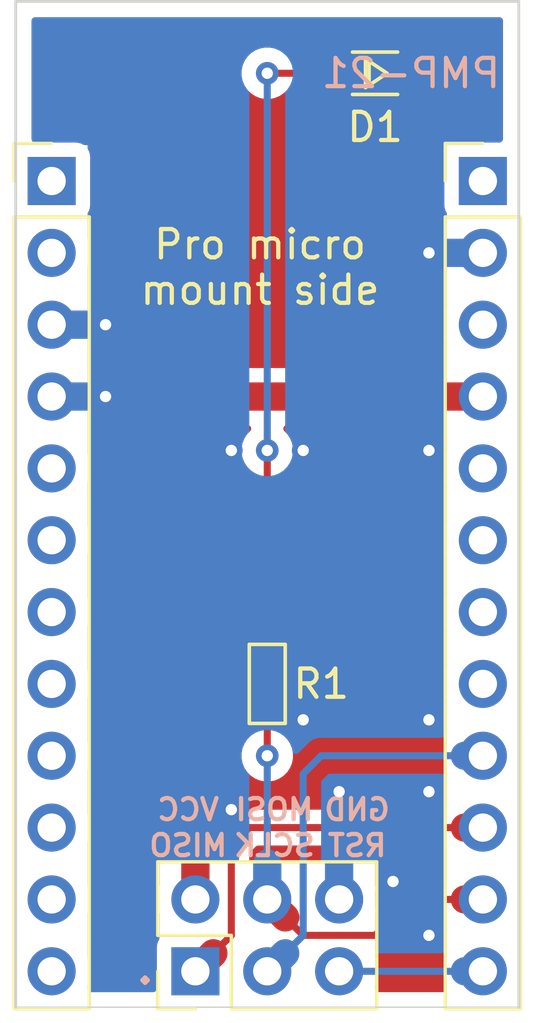
<source format=kicad_pcb>
(kicad_pcb (version 20171130) (host pcbnew "(5.1.9-0-10_14)")

  (general
    (thickness 1.6)
    (drawings 13)
    (tracks 57)
    (zones 0)
    (modules 5)
    (nets 24)
  )

  (page A4)
  (layers
    (0 F.Cu signal)
    (31 B.Cu signal)
    (32 B.Adhes user)
    (33 F.Adhes user)
    (34 B.Paste user)
    (35 F.Paste user)
    (36 B.SilkS user)
    (37 F.SilkS user)
    (38 B.Mask user)
    (39 F.Mask user)
    (40 Dwgs.User user)
    (41 Cmts.User user)
    (42 Eco1.User user)
    (43 Eco2.User user)
    (44 Edge.Cuts user)
    (45 Margin user)
    (46 B.CrtYd user)
    (47 F.CrtYd user)
    (48 B.Fab user)
    (49 F.Fab user)
  )

  (setup
    (last_trace_width 0.25)
    (user_trace_width 0.1)
    (user_trace_width 0.125)
    (user_trace_width 0.2)
    (user_trace_width 0.25)
    (user_trace_width 0.5)
    (user_trace_width 1)
    (trace_clearance 0.2)
    (zone_clearance 0.508)
    (zone_45_only no)
    (trace_min 0.1)
    (via_size 0.8)
    (via_drill 0.4)
    (via_min_size 0.2)
    (via_min_drill 0.3)
    (uvia_size 0.3)
    (uvia_drill 0.1)
    (uvias_allowed yes)
    (uvia_min_size 0.2)
    (uvia_min_drill 0.1)
    (edge_width 0.05)
    (segment_width 0.2)
    (pcb_text_width 0.3)
    (pcb_text_size 1.5 1.5)
    (mod_edge_width 0.12)
    (mod_text_size 1 1)
    (mod_text_width 0.15)
    (pad_size 1.524 1.524)
    (pad_drill 0.762)
    (pad_to_mask_clearance 0)
    (aux_axis_origin 0 0)
    (visible_elements FFFFFF7F)
    (pcbplotparams
      (layerselection 0x010fc_ffffffff)
      (usegerberextensions false)
      (usegerberattributes true)
      (usegerberadvancedattributes true)
      (creategerberjobfile true)
      (excludeedgelayer true)
      (linewidth 0.100000)
      (plotframeref false)
      (viasonmask false)
      (mode 1)
      (useauxorigin false)
      (hpglpennumber 1)
      (hpglpenspeed 20)
      (hpglpendiameter 15.000000)
      (psnegative false)
      (psa4output false)
      (plotreference true)
      (plotvalue true)
      (plotinvisibletext false)
      (padsonsilk false)
      (subtractmaskfromsilk false)
      (outputformat 1)
      (mirror false)
      (drillshape 1)
      (scaleselection 1)
      (outputdirectory ""))
  )

  (net 0 "")
  (net 1 "Net-(D1-Pad2)")
  (net 2 GND)
  (net 3 "Net-(J1-Pad12)")
  (net 4 "Net-(J1-Pad11)")
  (net 5 "Net-(J1-Pad10)")
  (net 6 "Net-(J1-Pad9)")
  (net 7 "Net-(J1-Pad8)")
  (net 8 "Net-(J1-Pad7)")
  (net 9 "Net-(J1-Pad6)")
  (net 10 "Net-(J1-Pad5)")
  (net 11 "Net-(J1-Pad2)")
  (net 12 "Net-(J1-Pad1)")
  (net 13 /RESET)
  (net 14 /MOSI)
  (net 15 /MISO)
  (net 16 /SCLK)
  (net 17 "Net-(J2-Pad8)")
  (net 18 "Net-(J2-Pad7)")
  (net 19 "Net-(J2-Pad6)")
  (net 20 "Net-(J2-Pad5)")
  (net 21 VCC)
  (net 22 "Net-(J2-Pad3)")
  (net 23 "Net-(J2-Pad1)")

  (net_class Default "This is the default net class."
    (clearance 0.2)
    (trace_width 0.25)
    (via_dia 0.8)
    (via_drill 0.4)
    (uvia_dia 0.3)
    (uvia_drill 0.1)
    (add_net /MISO)
    (add_net /MOSI)
    (add_net /RESET)
    (add_net /SCLK)
    (add_net GND)
    (add_net "Net-(D1-Pad2)")
    (add_net "Net-(J1-Pad1)")
    (add_net "Net-(J1-Pad10)")
    (add_net "Net-(J1-Pad11)")
    (add_net "Net-(J1-Pad12)")
    (add_net "Net-(J1-Pad2)")
    (add_net "Net-(J1-Pad5)")
    (add_net "Net-(J1-Pad6)")
    (add_net "Net-(J1-Pad7)")
    (add_net "Net-(J1-Pad8)")
    (add_net "Net-(J1-Pad9)")
    (add_net "Net-(J2-Pad1)")
    (add_net "Net-(J2-Pad3)")
    (add_net "Net-(J2-Pad5)")
    (add_net "Net-(J2-Pad6)")
    (add_net "Net-(J2-Pad7)")
    (add_net "Net-(J2-Pad8)")
    (add_net VCC)
  )

  (module OPL_Resistor:R0603 (layer F.Cu) (tedit 5BCC80C7) (tstamp 60176C7F)
    (at 148.59 109.22 90)
    (path /60054EDE)
    (attr smd)
    (fp_text reference R1 (at 0 1.905) (layer F.SilkS)
      (effects (font (size 1 1) (thickness 0.15)))
    )
    (fp_text value 10k (at 0 1.7 270) (layer F.Fab)
      (effects (font (size 1 1) (thickness 0.15)))
    )
    (fp_text user %R (at 0 -1.5 90) (layer F.Fab)
      (effects (font (size 1 1) (thickness 0.15)))
    )
    (fp_line (start -1.397 -0.635) (end 1.397 -0.635) (layer F.SilkS) (width 0.127))
    (fp_line (start 1.397 -0.635) (end 1.397 0.635) (layer F.SilkS) (width 0.127))
    (fp_line (start 1.397 0.635) (end -1.397 0.635) (layer F.SilkS) (width 0.127))
    (fp_line (start -1.397 0.635) (end -1.397 -0.635) (layer F.SilkS) (width 0.127))
    (fp_line (start -1.46 0.7) (end 1.46 0.7) (layer F.CrtYd) (width 0.05))
    (fp_line (start 1.46 0.7) (end 1.46 -0.7) (layer F.CrtYd) (width 0.05))
    (fp_line (start 1.46 -0.7) (end -1.46 -0.7) (layer F.CrtYd) (width 0.05))
    (fp_line (start -1.46 -0.7) (end -1.46 0.7) (layer F.CrtYd) (width 0.05))
    (fp_line (start -0.8 -0.4) (end 0.8 -0.4) (layer F.Fab) (width 0.1))
    (fp_line (start 0.8 -0.4) (end 0.8 0.4) (layer F.Fab) (width 0.1))
    (fp_line (start 0.8 0.4) (end -0.8 0.4) (layer F.Fab) (width 0.1))
    (fp_line (start -0.8 0.4) (end -0.8 -0.4) (layer F.Fab) (width 0.1))
    (pad 2 smd rect (at 0.762 0 90) (size 0.889 0.889) (layers F.Cu F.Paste F.Mask)
      (net 1 "Net-(D1-Pad2)"))
    (pad 1 smd rect (at -0.762 0 90) (size 0.889 0.889) (layers F.Cu F.Paste F.Mask)
      (net 14 /MOSI))
  )

  (module OPL_Discrete_Semiconductor:LED-1206 (layer F.Cu) (tedit 5BCC54D0) (tstamp 60176CB3)
    (at 152.4 87.63 180)
    (path /60054575)
    (attr smd)
    (fp_text reference D1 (at 0 -1.905) (layer F.SilkS)
      (effects (font (size 1 1) (thickness 0.15)))
    )
    (fp_text value "Rohm SML-E1 LED" (at -10.795 0) (layer F.Fab) hide
      (effects (font (size 1 1) (thickness 0.15)))
    )
    (fp_text user %R (at 0 -1.7) (layer F.Fab)
      (effects (font (size 1 1) (thickness 0.15)))
    )
    (fp_line (start -0.423884 0) (end 0.338116 -0.508) (layer F.SilkS) (width 0.127))
    (fp_line (start 0.338116 0.508) (end -0.423884 0) (layer F.SilkS) (width 0.127))
    (fp_line (start 0.338116 -0.508) (end 0.338116 0.508) (layer F.SilkS) (width 0.127))
    (fp_line (start -0.79756 -0.7493) (end 0.79756 -0.7493) (layer F.SilkS) (width 0.127))
    (fp_line (start -0.79756 0.7493) (end 0.79756 0.7493) (layer F.SilkS) (width 0.127))
    (fp_line (start 0.211116 -0.381) (end 0.211116 0.381) (layer F.SilkS) (width 0.127))
    (fp_line (start -2.59696 -0.9993) (end 2.59696 -0.9993) (layer F.CrtYd) (width 0.05))
    (fp_line (start 2.59696 -0.9993) (end 2.59696 0.9993) (layer F.CrtYd) (width 0.05))
    (fp_line (start 2.59696 0.9993) (end -2.59696 0.9993) (layer F.CrtYd) (width 0.05))
    (fp_line (start -2.59696 0.9993) (end -2.59696 -0.9993) (layer F.CrtYd) (width 0.05))
    (pad 1 smd rect (at -1.59766 0 180) (size 1.4986 1.4986) (layers F.Cu F.Paste F.Mask)
      (net 2 GND))
    (pad 2 smd rect (at 1.59766 0 180) (size 1.4986 1.4986) (layers F.Cu F.Paste F.Mask)
      (net 1 "Net-(D1-Pad2)"))
  )

  (module Connector_PinHeader_2.54mm:PinHeader_1x12_P2.54mm_Vertical (layer F.Cu) (tedit 59FED5CC) (tstamp 6004B7BD)
    (at 140.97 91.44)
    (descr "Through hole straight pin header, 1x12, 2.54mm pitch, single row")
    (tags "Through hole pin header THT 1x12 2.54mm single row")
    (path /6003EAFC)
    (fp_text reference J1 (at 0 -2.33) (layer F.SilkS) hide
      (effects (font (size 1 1) (thickness 0.15)))
    )
    (fp_text value Conn_01x12 (at 0 30.27) (layer F.Fab) hide
      (effects (font (size 1 1) (thickness 0.15)))
    )
    (fp_line (start 1.8 -1.8) (end -1.8 -1.8) (layer F.CrtYd) (width 0.05))
    (fp_line (start 1.8 29.75) (end 1.8 -1.8) (layer F.CrtYd) (width 0.05))
    (fp_line (start -1.8 29.75) (end 1.8 29.75) (layer F.CrtYd) (width 0.05))
    (fp_line (start -1.8 -1.8) (end -1.8 29.75) (layer F.CrtYd) (width 0.05))
    (fp_line (start -1.33 -1.33) (end 0 -1.33) (layer F.SilkS) (width 0.12))
    (fp_line (start -1.33 0) (end -1.33 -1.33) (layer F.SilkS) (width 0.12))
    (fp_line (start -1.33 1.27) (end 1.33 1.27) (layer F.SilkS) (width 0.12))
    (fp_line (start 1.33 1.27) (end 1.33 29.27) (layer F.SilkS) (width 0.12))
    (fp_line (start -1.33 1.27) (end -1.33 29.27) (layer F.SilkS) (width 0.12))
    (fp_line (start -1.33 29.27) (end 1.33 29.27) (layer F.SilkS) (width 0.12))
    (fp_line (start -1.27 -0.635) (end -0.635 -1.27) (layer F.Fab) (width 0.1))
    (fp_line (start -1.27 29.21) (end -1.27 -0.635) (layer F.Fab) (width 0.1))
    (fp_line (start 1.27 29.21) (end -1.27 29.21) (layer F.Fab) (width 0.1))
    (fp_line (start 1.27 -1.27) (end 1.27 29.21) (layer F.Fab) (width 0.1))
    (fp_line (start -0.635 -1.27) (end 1.27 -1.27) (layer F.Fab) (width 0.1))
    (fp_text user %R (at 0 13.97 90) (layer F.Fab)
      (effects (font (size 1 1) (thickness 0.15)))
    )
    (pad 12 thru_hole oval (at 0 27.94) (size 1.7 1.7) (drill 1) (layers *.Cu *.Mask)
      (net 3 "Net-(J1-Pad12)"))
    (pad 11 thru_hole oval (at 0 25.4) (size 1.7 1.7) (drill 1) (layers *.Cu *.Mask)
      (net 4 "Net-(J1-Pad11)"))
    (pad 10 thru_hole oval (at 0 22.86) (size 1.7 1.7) (drill 1) (layers *.Cu *.Mask)
      (net 5 "Net-(J1-Pad10)"))
    (pad 9 thru_hole oval (at 0 20.32) (size 1.7 1.7) (drill 1) (layers *.Cu *.Mask)
      (net 6 "Net-(J1-Pad9)"))
    (pad 8 thru_hole oval (at 0 17.78) (size 1.7 1.7) (drill 1) (layers *.Cu *.Mask)
      (net 7 "Net-(J1-Pad8)"))
    (pad 7 thru_hole oval (at 0 15.24) (size 1.7 1.7) (drill 1) (layers *.Cu *.Mask)
      (net 8 "Net-(J1-Pad7)"))
    (pad 6 thru_hole oval (at 0 12.7) (size 1.7 1.7) (drill 1) (layers *.Cu *.Mask)
      (net 9 "Net-(J1-Pad6)"))
    (pad 5 thru_hole oval (at 0 10.16) (size 1.7 1.7) (drill 1) (layers *.Cu *.Mask)
      (net 10 "Net-(J1-Pad5)"))
    (pad 4 thru_hole oval (at 0 7.62) (size 1.7 1.7) (drill 1) (layers *.Cu *.Mask)
      (net 2 GND))
    (pad 3 thru_hole oval (at 0 5.08) (size 1.7 1.7) (drill 1) (layers *.Cu *.Mask)
      (net 2 GND))
    (pad 2 thru_hole oval (at 0 2.54) (size 1.7 1.7) (drill 1) (layers *.Cu *.Mask)
      (net 11 "Net-(J1-Pad2)"))
    (pad 1 thru_hole rect (at 0 0) (size 1.7 1.7) (drill 1) (layers *.Cu *.Mask)
      (net 12 "Net-(J1-Pad1)"))
    (model ${KISYS3DMOD}/Connector_PinHeader_2.54mm.3dshapes/PinHeader_1x12_P2.54mm_Vertical.wrl
      (at (xyz 0 0 0))
      (scale (xyz 1 1 1))
      (rotate (xyz 0 0 0))
    )
  )

  (module Connector_PinHeader_2.54mm:PinHeader_2x03_P2.54mm_Vertical (layer F.Cu) (tedit 59FED5CC) (tstamp 6004B888)
    (at 146.05 119.38 90)
    (descr "Through hole straight pin header, 2x03, 2.54mm pitch, double rows")
    (tags "Through hole pin header THT 2x03 2.54mm double row")
    (path /60042931)
    (fp_text reference J3 (at 4.445 7.62 180) (layer F.SilkS) hide
      (effects (font (size 1 1) (thickness 0.15)))
    )
    (fp_text value Conn_02x03 (at 1.27 7.41 90) (layer F.Fab) hide
      (effects (font (size 1 1) (thickness 0.15)))
    )
    (fp_line (start 4.35 -1.8) (end -1.8 -1.8) (layer F.CrtYd) (width 0.05))
    (fp_line (start 4.35 6.85) (end 4.35 -1.8) (layer F.CrtYd) (width 0.05))
    (fp_line (start -1.8 6.85) (end 4.35 6.85) (layer F.CrtYd) (width 0.05))
    (fp_line (start -1.8 -1.8) (end -1.8 6.85) (layer F.CrtYd) (width 0.05))
    (fp_line (start -1.33 -1.33) (end 0 -1.33) (layer F.SilkS) (width 0.12))
    (fp_line (start -1.33 0) (end -1.33 -1.33) (layer F.SilkS) (width 0.12))
    (fp_line (start 1.27 -1.33) (end 3.87 -1.33) (layer F.SilkS) (width 0.12))
    (fp_line (start 1.27 1.27) (end 1.27 -1.33) (layer F.SilkS) (width 0.12))
    (fp_line (start -1.33 1.27) (end 1.27 1.27) (layer F.SilkS) (width 0.12))
    (fp_line (start 3.87 -1.33) (end 3.87 6.41) (layer F.SilkS) (width 0.12))
    (fp_line (start -1.33 1.27) (end -1.33 6.41) (layer F.SilkS) (width 0.12))
    (fp_line (start -1.33 6.41) (end 3.87 6.41) (layer F.SilkS) (width 0.12))
    (fp_line (start -1.27 0) (end 0 -1.27) (layer F.Fab) (width 0.1))
    (fp_line (start -1.27 6.35) (end -1.27 0) (layer F.Fab) (width 0.1))
    (fp_line (start 3.81 6.35) (end -1.27 6.35) (layer F.Fab) (width 0.1))
    (fp_line (start 3.81 -1.27) (end 3.81 6.35) (layer F.Fab) (width 0.1))
    (fp_line (start 0 -1.27) (end 3.81 -1.27) (layer F.Fab) (width 0.1))
    (fp_text user %R (at 1.27 2.54) (layer F.Fab)
      (effects (font (size 1 1) (thickness 0.15)))
    )
    (pad 6 thru_hole oval (at 2.54 5.08 90) (size 1.7 1.7) (drill 1) (layers *.Cu *.Mask)
      (net 2 GND))
    (pad 5 thru_hole oval (at 0 5.08 90) (size 1.7 1.7) (drill 1) (layers *.Cu *.Mask)
      (net 13 /RESET))
    (pad 4 thru_hole oval (at 2.54 2.54 90) (size 1.7 1.7) (drill 1) (layers *.Cu *.Mask)
      (net 14 /MOSI))
    (pad 3 thru_hole oval (at 0 2.54 90) (size 1.7 1.7) (drill 1) (layers *.Cu *.Mask)
      (net 16 /SCLK))
    (pad 2 thru_hole oval (at 2.54 0 90) (size 1.7 1.7) (drill 1) (layers *.Cu *.Mask)
      (net 21 VCC))
    (pad 1 thru_hole rect (at 0 0 90) (size 1.7 1.7) (drill 1) (layers *.Cu *.Mask)
      (net 15 /MISO))
    (model ${KISYS3DMOD}/Connector_PinHeader_2.54mm.3dshapes/PinHeader_2x03_P2.54mm_Vertical.wrl
      (at (xyz 0 0 0))
      (scale (xyz 1 1 1))
      (rotate (xyz 0 0 0))
    )
  )

  (module Connector_PinHeader_2.54mm:PinHeader_1x12_P2.54mm_Vertical (layer F.Cu) (tedit 59FED5CC) (tstamp 6004B8DD)
    (at 156.21 91.44)
    (descr "Through hole straight pin header, 1x12, 2.54mm pitch, single row")
    (tags "Through hole pin header THT 1x12 2.54mm single row")
    (path /60040204)
    (fp_text reference J2 (at 0 -2.33) (layer F.SilkS) hide
      (effects (font (size 1 1) (thickness 0.15)))
    )
    (fp_text value Conn_01x12 (at 0 30.27) (layer F.Fab) hide
      (effects (font (size 1 1) (thickness 0.15)))
    )
    (fp_line (start 1.8 -1.8) (end -1.8 -1.8) (layer F.CrtYd) (width 0.05))
    (fp_line (start 1.8 29.75) (end 1.8 -1.8) (layer F.CrtYd) (width 0.05))
    (fp_line (start -1.8 29.75) (end 1.8 29.75) (layer F.CrtYd) (width 0.05))
    (fp_line (start -1.8 -1.8) (end -1.8 29.75) (layer F.CrtYd) (width 0.05))
    (fp_line (start -1.33 -1.33) (end 0 -1.33) (layer F.SilkS) (width 0.12))
    (fp_line (start -1.33 0) (end -1.33 -1.33) (layer F.SilkS) (width 0.12))
    (fp_line (start -1.33 1.27) (end 1.33 1.27) (layer F.SilkS) (width 0.12))
    (fp_line (start 1.33 1.27) (end 1.33 29.27) (layer F.SilkS) (width 0.12))
    (fp_line (start -1.33 1.27) (end -1.33 29.27) (layer F.SilkS) (width 0.12))
    (fp_line (start -1.33 29.27) (end 1.33 29.27) (layer F.SilkS) (width 0.12))
    (fp_line (start -1.27 -0.635) (end -0.635 -1.27) (layer F.Fab) (width 0.1))
    (fp_line (start -1.27 29.21) (end -1.27 -0.635) (layer F.Fab) (width 0.1))
    (fp_line (start 1.27 29.21) (end -1.27 29.21) (layer F.Fab) (width 0.1))
    (fp_line (start 1.27 -1.27) (end 1.27 29.21) (layer F.Fab) (width 0.1))
    (fp_line (start -0.635 -1.27) (end 1.27 -1.27) (layer F.Fab) (width 0.1))
    (fp_text user %R (at 0 13.97 90) (layer F.Fab)
      (effects (font (size 1 1) (thickness 0.15)))
    )
    (pad 12 thru_hole oval (at 0 27.94) (size 1.7 1.7) (drill 1) (layers *.Cu *.Mask)
      (net 13 /RESET))
    (pad 11 thru_hole oval (at 0 25.4) (size 1.7 1.7) (drill 1) (layers *.Cu *.Mask)
      (net 14 /MOSI))
    (pad 10 thru_hole oval (at 0 22.86) (size 1.7 1.7) (drill 1) (layers *.Cu *.Mask)
      (net 15 /MISO))
    (pad 9 thru_hole oval (at 0 20.32) (size 1.7 1.7) (drill 1) (layers *.Cu *.Mask)
      (net 16 /SCLK))
    (pad 8 thru_hole oval (at 0 17.78) (size 1.7 1.7) (drill 1) (layers *.Cu *.Mask)
      (net 17 "Net-(J2-Pad8)"))
    (pad 7 thru_hole oval (at 0 15.24) (size 1.7 1.7) (drill 1) (layers *.Cu *.Mask)
      (net 18 "Net-(J2-Pad7)"))
    (pad 6 thru_hole oval (at 0 12.7) (size 1.7 1.7) (drill 1) (layers *.Cu *.Mask)
      (net 19 "Net-(J2-Pad6)"))
    (pad 5 thru_hole oval (at 0 10.16) (size 1.7 1.7) (drill 1) (layers *.Cu *.Mask)
      (net 20 "Net-(J2-Pad5)"))
    (pad 4 thru_hole oval (at 0 7.62) (size 1.7 1.7) (drill 1) (layers *.Cu *.Mask)
      (net 21 VCC))
    (pad 3 thru_hole oval (at 0 5.08) (size 1.7 1.7) (drill 1) (layers *.Cu *.Mask)
      (net 22 "Net-(J2-Pad3)"))
    (pad 2 thru_hole oval (at 0 2.54) (size 1.7 1.7) (drill 1) (layers *.Cu *.Mask)
      (net 2 GND))
    (pad 1 thru_hole rect (at 0 0) (size 1.7 1.7) (drill 1) (layers *.Cu *.Mask)
      (net 23 "Net-(J2-Pad1)"))
    (model ${KISYS3DMOD}/Connector_PinHeader_2.54mm.3dshapes/PinHeader_1x12_P2.54mm_Vertical.wrl
      (at (xyz 0 0 0))
      (scale (xyz 1 1 1))
      (rotate (xyz 0 0 0))
    )
  )

  (gr_line (start 157.48 120.65) (end 139.7 120.65) (layer Edge.Cuts) (width 0.05) (tstamp 60177017))
  (gr_text . (at 144.272 118.872) (layer B.SilkS) (tstamp 60176F9E)
    (effects (font (size 2 2) (thickness 0.15)))
  )
  (gr_text "PMP-21\n" (at 153.67 87.63) (layer B.SilkS)
    (effects (font (size 1 1) (thickness 0.15)) (justify mirror))
  )
  (gr_text RST (at 151.765 114.935) (layer B.SilkS)
    (effects (font (size 0.75 0.75) (thickness 0.15)) (justify mirror))
  )
  (gr_text GND (at 151.765 113.665) (layer B.SilkS)
    (effects (font (size 0.75 0.75) (thickness 0.15)) (justify mirror))
  )
  (gr_text "SCLK\n" (at 148.844 114.935) (layer B.SilkS)
    (effects (font (size 0.75 0.75) (thickness 0.15)) (justify mirror))
  )
  (gr_text MOSI (at 148.844 113.665) (layer B.SilkS)
    (effects (font (size 0.75 0.75) (thickness 0.15)) (justify mirror))
  )
  (gr_text "Pro micro\nmount side\n" (at 148.336 94.488) (layer F.SilkS)
    (effects (font (size 1 1) (thickness 0.15)))
  )
  (gr_text MISO (at 145.796 114.935) (layer B.SilkS)
    (effects (font (size 0.75 0.75) (thickness 0.15)) (justify mirror))
  )
  (gr_text VCC (at 145.796 113.665) (layer B.SilkS)
    (effects (font (size 0.75 0.75) (thickness 0.15)) (justify mirror))
  )
  (gr_line (start 139.7 85.09) (end 139.7 120.65) (layer Edge.Cuts) (width 0.1) (tstamp 6004B835))
  (gr_line (start 157.48 85.09) (end 139.7 85.09) (layer Edge.Cuts) (width 0.1) (tstamp 6004B838))
  (gr_line (start 157.48 120.65) (end 157.48 85.09) (layer Edge.Cuts) (width 0.1) (tstamp 6004B832))

  (segment (start 148.59 108.458) (end 148.59 100.965) (width 0.25) (layer F.Cu) (net 1))
  (segment (start 148.59 100.965) (end 148.59 100.965) (width 0.25) (layer F.Cu) (net 1) (tstamp 60177183))
  (via (at 148.59 100.965) (size 0.8) (drill 0.4) (layers F.Cu B.Cu) (net 1))
  (segment (start 148.59 100.965) (end 148.59 87.63) (width 0.25) (layer B.Cu) (net 1))
  (segment (start 148.59 87.63) (end 148.59 87.63) (width 0.25) (layer B.Cu) (net 1) (tstamp 60177187))
  (via (at 148.59 87.63) (size 0.8) (drill 0.4) (layers F.Cu B.Cu) (net 1))
  (segment (start 148.59 87.63) (end 150.80234 87.63) (width 0.25) (layer F.Cu) (net 1))
  (segment (start 156.21 93.98) (end 154.305 93.98) (width 1) (layer B.Cu) (net 2))
  (segment (start 140.97 96.52) (end 142.875 96.52) (width 1) (layer B.Cu) (net 2))
  (segment (start 140.97 99.06) (end 142.875 99.06) (width 1) (layer B.Cu) (net 2))
  (segment (start 142.875 96.52) (end 142.875 96.52) (width 1) (layer B.Cu) (net 2) (tstamp 6004C004))
  (via (at 142.875 96.52) (size 0.8) (drill 0.4) (layers F.Cu B.Cu) (net 2))
  (segment (start 142.875 99.06) (end 142.875 99.06) (width 1) (layer B.Cu) (net 2) (tstamp 6004C006))
  (via (at 142.875 99.06) (size 0.8) (drill 0.4) (layers F.Cu B.Cu) (net 2))
  (segment (start 154.305 93.98) (end 154.305 93.98) (width 1) (layer B.Cu) (net 2) (tstamp 6004C008))
  (via (at 154.305 93.98) (size 0.8) (drill 0.4) (layers F.Cu B.Cu) (net 2))
  (via (at 151.13 113.03) (size 0.8) (drill 0.4) (layers F.Cu B.Cu) (net 2))
  (via (at 154.305 118.11) (size 0.8) (drill 0.4) (layers F.Cu B.Cu) (net 2))
  (segment (start 151.13 116.84) (end 151.13 115.57) (width 1) (layer B.Cu) (net 2))
  (via (at 154.305 110.49) (size 0.8) (drill 0.4) (layers F.Cu B.Cu) (net 2))
  (via (at 154.305 100.965) (size 0.8) (drill 0.4) (layers F.Cu B.Cu) (net 2))
  (segment (start 151.13 115.57) (end 151.13 114.935) (width 1) (layer B.Cu) (net 2))
  (via (at 153.035 116.205) (size 0.8) (drill 0.4) (layers F.Cu B.Cu) (net 2))
  (via (at 154.305 113.03) (size 0.8) (drill 0.4) (layers F.Cu B.Cu) (net 2))
  (via (at 149.86 100.965) (size 0.8) (drill 0.4) (layers F.Cu B.Cu) (net 2))
  (via (at 149.86 110.49) (size 0.8) (drill 0.4) (layers F.Cu B.Cu) (net 2))
  (via (at 147.32 100.965) (size 0.8) (drill 0.4) (layers F.Cu B.Cu) (net 2))
  (via (at 147.32 113.665) (size 0.8) (drill 0.4) (layers F.Cu B.Cu) (net 2))
  (segment (start 153.99766 87.63) (end 155.575 87.63) (width 0.5) (layer F.Cu) (net 2))
  (segment (start 151.13 119.38) (end 156.21 119.38) (width 0.25) (layer B.Cu) (net 13) (tstamp 6004B92E))
  (segment (start 156.21 119.38) (end 155.575 119.38) (width 1) (layer B.Cu) (net 13))
  (segment (start 152.4 118.11) (end 153.67 116.84) (width 0.25) (layer F.Cu) (net 14) (tstamp 6004B93A))
  (segment (start 149.86 118.11) (end 152.4 118.11) (width 0.25) (layer F.Cu) (net 14) (tstamp 6004B931))
  (segment (start 153.67 116.84) (end 156.21 116.84) (width 0.25) (layer F.Cu) (net 14) (tstamp 6004B934))
  (segment (start 156.21 116.84) (end 155.575 116.84) (width 1) (layer F.Cu) (net 14))
  (segment (start 148.59 116.84) (end 149.225 117.475) (width 1) (layer F.Cu) (net 14) (tstamp 6004C1E4))
  (segment (start 149.225 117.475) (end 149.86 118.11) (width 0.25) (layer F.Cu) (net 14))
  (segment (start 148.59 116.84) (end 148.59 115.57) (width 1) (layer B.Cu) (net 14))
  (segment (start 148.59 109.982) (end 148.59 111.76) (width 0.25) (layer F.Cu) (net 14))
  (segment (start 148.59 111.76) (end 148.59 111.76) (width 0.25) (layer F.Cu) (net 14) (tstamp 60177180))
  (via (at 148.59 111.76) (size 0.8) (drill 0.4) (layers F.Cu B.Cu) (net 14))
  (segment (start 148.59 115.57) (end 148.59 111.76) (width 0.25) (layer B.Cu) (net 14))
  (segment (start 147.32 114.935) (end 147.955 114.3) (width 0.25) (layer F.Cu) (net 15) (tstamp 6004B91C))
  (segment (start 147.32 118.11) (end 147.32 114.935) (width 0.25) (layer F.Cu) (net 15) (tstamp 6004B91F))
  (segment (start 156.21 114.3) (end 155.575 114.3) (width 1) (layer F.Cu) (net 15))
  (segment (start 147.955 114.3) (end 155.575 114.3) (width 0.25) (layer F.Cu) (net 15))
  (segment (start 146.05 119.38) (end 146.685 118.745) (width 1) (layer F.Cu) (net 15))
  (segment (start 146.685 118.745) (end 147.32 118.11) (width 0.25) (layer F.Cu) (net 15))
  (segment (start 148.59 119.38) (end 149.86 118.11) (width 0.25) (layer B.Cu) (net 16) (tstamp 6004B928))
  (segment (start 149.86 118.11) (end 149.86 112.395) (width 0.25) (layer B.Cu) (net 16) (tstamp 6004B92B))
  (segment (start 149.86 112.395) (end 150.495 111.76) (width 0.25) (layer B.Cu) (net 16) (tstamp 6004B940))
  (segment (start 156.21 111.76) (end 155.575 111.76) (width 1) (layer B.Cu) (net 16))
  (segment (start 150.495 111.76) (end 155.575 111.76) (width 0.25) (layer B.Cu) (net 16))
  (segment (start 148.59 119.38) (end 149.225 118.745) (width 1) (layer B.Cu) (net 16))
  (segment (start 146.05 116.84) (end 146.05 100.33) (width 1) (layer F.Cu) (net 21))
  (segment (start 147.32 99.06) (end 156.21 99.06) (width 1) (layer F.Cu) (net 21))
  (segment (start 146.05 100.33) (end 147.32 99.06) (width 1) (layer F.Cu) (net 21))

  (zone (net 0) (net_name "") (layers F&B.Cu) (tstamp 0) (hatch edge 0.508)
    (connect_pads (clearance 0.508))
    (min_thickness 0.254)
    (keepout (tracks allowed) (vias not_allowed) (copperpour not_allowed))
    (fill (arc_segments 32) (thermal_gap 0.508) (thermal_bridge_width 0.508))
    (polygon
      (pts
        (xy 157.48 120.65) (xy 154.94 120.65) (xy 154.94 90.17) (xy 157.48 90.17)
      )
    )
  )
  (zone (net 0) (net_name "") (layers F&B.Cu) (tstamp 0) (hatch edge 0.508)
    (connect_pads (clearance 0.508))
    (min_thickness 0.254)
    (keepout (tracks allowed) (vias not_allowed) (copperpour not_allowed))
    (fill (arc_segments 32) (thermal_gap 0.508) (thermal_bridge_width 0.508))
    (polygon
      (pts
        (xy 142.24 120.65) (xy 139.7 120.65) (xy 139.7 90.17) (xy 142.24 90.17)
      )
    )
  )
  (zone (net 0) (net_name "") (layers F&B.Cu) (tstamp 0) (hatch edge 0.508)
    (connect_pads (clearance 0.508))
    (min_thickness 0.254)
    (keepout (tracks allowed) (vias not_allowed) (copperpour not_allowed))
    (fill (arc_segments 32) (thermal_gap 0.508) (thermal_bridge_width 0.508))
    (polygon
      (pts
        (xy 152.4 120.65) (xy 144.78 120.65) (xy 144.78 115.57) (xy 152.4 115.57)
      )
    )
  )
  (zone (net 0) (net_name "") (layer F.Cu) (tstamp 60176C6B) (hatch edge 0.508)
    (connect_pads (clearance 0.508))
    (min_thickness 0.254)
    (keepout (tracks allowed) (vias allowed) (copperpour not_allowed))
    (fill (arc_segments 32) (thermal_gap 0.508) (thermal_bridge_width 0.508))
    (polygon
      (pts
        (xy 154.686 88.8365) (xy 151.638 88.8365) (xy 151.638 86.4235) (xy 154.686 86.4235)
      )
    )
  )
  (zone (net 2) (net_name GND) (layer F.Cu) (tstamp 0) (hatch edge 0.508)
    (connect_pads (clearance 0.508))
    (min_thickness 0.254)
    (fill yes (arc_segments 32) (thermal_gap 0.508) (thermal_bridge_width 0.508))
    (polygon
      (pts
        (xy 157.48 120.65) (xy 139.7 120.65) (xy 139.7 85.09) (xy 157.48 85.09)
      )
    )
    (filled_polygon
      (pts
        (xy 156.795001 89.951928) (xy 155.36 89.951928) (xy 155.235518 89.964188) (xy 155.11582 90.000498) (xy 155.036306 90.043)
        (xy 154.94 90.043) (xy 154.915224 90.04544) (xy 154.891399 90.052667) (xy 154.869443 90.064403) (xy 154.850197 90.080197)
        (xy 154.834403 90.099443) (xy 154.822667 90.121399) (xy 154.81544 90.145224) (xy 154.813 90.17) (xy 154.813 90.266306)
        (xy 154.770498 90.34582) (xy 154.734188 90.465518) (xy 154.721928 90.59) (xy 154.721928 92.29) (xy 154.734188 92.414482)
        (xy 154.770498 92.53418) (xy 154.813 92.613694) (xy 154.813 93.476478) (xy 154.768524 93.62311) (xy 154.813 93.707387)
        (xy 154.813 94.252613) (xy 154.768524 94.33689) (xy 154.813 94.483522) (xy 154.813 96.012165) (xy 154.782068 96.086842)
        (xy 154.725 96.37374) (xy 154.725 96.66626) (xy 154.782068 96.953158) (xy 154.813 97.027835) (xy 154.813 97.925)
        (xy 147.375743 97.925) (xy 147.319999 97.91951) (xy 147.264255 97.925) (xy 147.264248 97.925) (xy 147.118493 97.939356)
        (xy 147.0975 97.941423) (xy 147.047705 97.956529) (xy 146.883553 98.006324) (xy 146.686377 98.111716) (xy 146.513551 98.253551)
        (xy 146.478008 98.29686) (xy 145.28686 99.488009) (xy 145.243552 99.523551) (xy 145.101717 99.696377) (xy 145.065887 99.763411)
        (xy 144.996324 99.893554) (xy 144.931423 100.107502) (xy 144.909509 100.33) (xy 144.915001 100.385762) (xy 144.915 115.443)
        (xy 144.78 115.443) (xy 144.755224 115.44544) (xy 144.731399 115.452667) (xy 144.709443 115.464403) (xy 144.690197 115.480197)
        (xy 144.674403 115.499443) (xy 144.662667 115.521399) (xy 144.65544 115.545224) (xy 144.653 115.57) (xy 144.653 116.332165)
        (xy 144.622068 116.406842) (xy 144.565 116.69374) (xy 144.565 116.98626) (xy 144.622068 117.273158) (xy 144.653 117.347835)
        (xy 144.653 118.206306) (xy 144.610498 118.28582) (xy 144.574188 118.405518) (xy 144.561928 118.53) (xy 144.561928 119.99)
        (xy 142.367 119.99) (xy 142.367 119.887835) (xy 142.397932 119.813158) (xy 142.455 119.52626) (xy 142.455 119.23374)
        (xy 142.397932 118.946842) (xy 142.367 118.872165) (xy 142.367 117.347835) (xy 142.397932 117.273158) (xy 142.455 116.98626)
        (xy 142.455 116.69374) (xy 142.397932 116.406842) (xy 142.367 116.332165) (xy 142.367 114.807835) (xy 142.397932 114.733158)
        (xy 142.455 114.44626) (xy 142.455 114.15374) (xy 142.397932 113.866842) (xy 142.367 113.792165) (xy 142.367 112.267835)
        (xy 142.397932 112.193158) (xy 142.455 111.90626) (xy 142.455 111.61374) (xy 142.397932 111.326842) (xy 142.367 111.252165)
        (xy 142.367 109.727835) (xy 142.397932 109.653158) (xy 142.455 109.36626) (xy 142.455 109.07374) (xy 142.397932 108.786842)
        (xy 142.367 108.712165) (xy 142.367 107.187835) (xy 142.397932 107.113158) (xy 142.455 106.82626) (xy 142.455 106.53374)
        (xy 142.397932 106.246842) (xy 142.367 106.172165) (xy 142.367 104.647835) (xy 142.397932 104.573158) (xy 142.455 104.28626)
        (xy 142.455 103.99374) (xy 142.397932 103.706842) (xy 142.367 103.632165) (xy 142.367 102.107835) (xy 142.397932 102.033158)
        (xy 142.455 101.74626) (xy 142.455 101.45374) (xy 142.397932 101.166842) (xy 142.367 101.092165) (xy 142.367 99.563522)
        (xy 142.411476 99.41689) (xy 142.367 99.332613) (xy 142.367 98.787387) (xy 142.411476 98.70311) (xy 142.367 98.556478)
        (xy 142.367 97.023522) (xy 142.411476 96.87689) (xy 142.367 96.792613) (xy 142.367 96.247387) (xy 142.411476 96.16311)
        (xy 142.367 96.016478) (xy 142.367 94.487835) (xy 142.397932 94.413158) (xy 142.455 94.12626) (xy 142.455 93.83374)
        (xy 142.397932 93.546842) (xy 142.367 93.472165) (xy 142.367 92.613694) (xy 142.409502 92.53418) (xy 142.445812 92.414482)
        (xy 142.458072 92.29) (xy 142.458072 90.59) (xy 142.445812 90.465518) (xy 142.409502 90.34582) (xy 142.367 90.266306)
        (xy 142.367 90.17) (xy 142.36456 90.145224) (xy 142.357333 90.121399) (xy 142.345597 90.099443) (xy 142.329803 90.080197)
        (xy 142.310557 90.064403) (xy 142.288601 90.052667) (xy 142.264776 90.04544) (xy 142.24 90.043) (xy 142.143694 90.043)
        (xy 142.06418 90.000498) (xy 141.944482 89.964188) (xy 141.82 89.951928) (xy 140.385 89.951928) (xy 140.385 87.528061)
        (xy 147.555 87.528061) (xy 147.555 87.731939) (xy 147.594774 87.931898) (xy 147.672795 88.120256) (xy 147.786063 88.289774)
        (xy 147.930226 88.433937) (xy 148.099744 88.547205) (xy 148.288102 88.625226) (xy 148.488061 88.665) (xy 148.691939 88.665)
        (xy 148.891898 88.625226) (xy 149.080256 88.547205) (xy 149.249774 88.433937) (xy 149.293711 88.39) (xy 149.416022 88.39)
        (xy 149.427228 88.503782) (xy 149.463538 88.62348) (xy 149.522503 88.733794) (xy 149.601855 88.830485) (xy 149.698546 88.909837)
        (xy 149.80886 88.968802) (xy 149.928558 89.005112) (xy 150.05304 89.017372) (xy 151.55164 89.017372) (xy 151.676122 89.005112)
        (xy 151.79582 88.968802) (xy 151.805739 88.9635) (xy 152.994261 88.9635) (xy 153.00418 88.968802) (xy 153.123878 89.005112)
        (xy 153.24836 89.017372) (xy 153.71191 89.0143) (xy 153.76271 88.9635) (xy 154.23261 88.9635) (xy 154.28341 89.0143)
        (xy 154.74696 89.017372) (xy 154.871442 89.005112) (xy 154.99114 88.968802) (xy 155.101454 88.909837) (xy 155.198145 88.830485)
        (xy 155.277497 88.733794) (xy 155.336462 88.62348) (xy 155.372772 88.503782) (xy 155.385032 88.3793) (xy 155.38196 87.91575)
        (xy 155.22321 87.757) (xy 154.813 87.757) (xy 154.813 87.503) (xy 155.22321 87.503) (xy 155.38196 87.34425)
        (xy 155.385032 86.8807) (xy 155.372772 86.756218) (xy 155.336462 86.63652) (xy 155.277497 86.526206) (xy 155.198145 86.429515)
        (xy 155.101454 86.350163) (xy 154.99114 86.291198) (xy 154.871442 86.254888) (xy 154.74696 86.242628) (xy 154.28341 86.2457)
        (xy 154.23261 86.2965) (xy 153.76271 86.2965) (xy 153.71191 86.2457) (xy 153.24836 86.242628) (xy 153.123878 86.254888)
        (xy 153.00418 86.291198) (xy 152.994261 86.2965) (xy 151.805739 86.2965) (xy 151.79582 86.291198) (xy 151.676122 86.254888)
        (xy 151.55164 86.242628) (xy 150.05304 86.242628) (xy 149.928558 86.254888) (xy 149.80886 86.291198) (xy 149.698546 86.350163)
        (xy 149.601855 86.429515) (xy 149.522503 86.526206) (xy 149.463538 86.63652) (xy 149.427228 86.756218) (xy 149.416022 86.87)
        (xy 149.293711 86.87) (xy 149.249774 86.826063) (xy 149.080256 86.712795) (xy 148.891898 86.634774) (xy 148.691939 86.595)
        (xy 148.488061 86.595) (xy 148.288102 86.634774) (xy 148.099744 86.712795) (xy 147.930226 86.826063) (xy 147.786063 86.970226)
        (xy 147.672795 87.139744) (xy 147.594774 87.328102) (xy 147.555 87.528061) (xy 140.385 87.528061) (xy 140.385 85.775)
        (xy 156.795001 85.775)
      )
    )
    (filled_polygon
      (pts
        (xy 154.768551 117.646449) (xy 154.813 117.682927) (xy 154.813 118.872165) (xy 154.782068 118.946842) (xy 154.725 119.23374)
        (xy 154.725 119.52626) (xy 154.782068 119.813158) (xy 154.813 119.887835) (xy 154.813 119.99) (xy 152.527 119.99)
        (xy 152.527 119.887835) (xy 152.557932 119.813158) (xy 152.615 119.52626) (xy 152.615 119.23374) (xy 152.557932 118.946842)
        (xy 152.527 118.872165) (xy 152.527 118.861168) (xy 152.548986 118.859003) (xy 152.692247 118.815546) (xy 152.824276 118.744974)
        (xy 152.940001 118.650001) (xy 152.963804 118.620997) (xy 153.984802 117.6) (xy 154.730431 117.6)
      )
    )
    (filled_polygon
      (pts
        (xy 154.768551 115.106449) (xy 154.813 115.142927) (xy 154.813 115.997073) (xy 154.768551 116.033551) (xy 154.730431 116.08)
        (xy 153.707322 116.08) (xy 153.669999 116.076324) (xy 153.632676 116.08) (xy 153.632667 116.08) (xy 153.521014 116.090997)
        (xy 153.377753 116.134454) (xy 153.245724 116.205026) (xy 153.129999 116.299999) (xy 153.106201 116.328997) (xy 152.615 116.820198)
        (xy 152.615 116.712998) (xy 152.527 116.712998) (xy 152.527 116.567853) (xy 152.571481 116.483109) (xy 152.527 116.357715)
        (xy 152.527 115.57) (xy 152.52456 115.545224) (xy 152.517333 115.521399) (xy 152.505597 115.499443) (xy 152.489803 115.480197)
        (xy 152.470557 115.464403) (xy 152.448601 115.452667) (xy 152.424776 115.44544) (xy 152.4 115.443) (xy 151.633522 115.443)
        (xy 151.48689 115.398524) (xy 151.402613 115.443) (xy 150.857387 115.443) (xy 150.77311 115.398524) (xy 150.626478 115.443)
        (xy 149.097835 115.443) (xy 149.023158 115.412068) (xy 148.73626 115.355) (xy 148.44374 115.355) (xy 148.156842 115.412068)
        (xy 148.082165 115.443) (xy 148.08 115.443) (xy 148.08 115.249801) (xy 148.269802 115.06) (xy 154.730431 115.06)
      )
    )
    (filled_polygon
      (pts
        (xy 147.786063 100.305226) (xy 147.672795 100.474744) (xy 147.594774 100.663102) (xy 147.555 100.863061) (xy 147.555 101.066939)
        (xy 147.594774 101.266898) (xy 147.672795 101.455256) (xy 147.786063 101.624774) (xy 147.830001 101.668712) (xy 147.83 107.46212)
        (xy 147.791006 107.482963) (xy 147.694315 107.562315) (xy 147.614963 107.659006) (xy 147.555998 107.76932) (xy 147.519688 107.889018)
        (xy 147.507428 108.0135) (xy 147.507428 108.9025) (xy 147.519688 109.026982) (xy 147.555998 109.14668) (xy 147.595189 109.22)
        (xy 147.555998 109.29332) (xy 147.519688 109.413018) (xy 147.507428 109.5375) (xy 147.507428 110.4265) (xy 147.519688 110.550982)
        (xy 147.555998 110.67068) (xy 147.614963 110.780994) (xy 147.694315 110.877685) (xy 147.791006 110.957037) (xy 147.830001 110.97788)
        (xy 147.830001 111.056288) (xy 147.786063 111.100226) (xy 147.672795 111.269744) (xy 147.594774 111.458102) (xy 147.555 111.658061)
        (xy 147.555 111.861939) (xy 147.594774 112.061898) (xy 147.672795 112.250256) (xy 147.786063 112.419774) (xy 147.930226 112.563937)
        (xy 148.099744 112.677205) (xy 148.288102 112.755226) (xy 148.488061 112.795) (xy 148.691939 112.795) (xy 148.891898 112.755226)
        (xy 149.080256 112.677205) (xy 149.249774 112.563937) (xy 149.393937 112.419774) (xy 149.507205 112.250256) (xy 149.585226 112.061898)
        (xy 149.625 111.861939) (xy 149.625 111.658061) (xy 149.585226 111.458102) (xy 149.507205 111.269744) (xy 149.393937 111.100226)
        (xy 149.35 111.056289) (xy 149.35 110.97788) (xy 149.388994 110.957037) (xy 149.485685 110.877685) (xy 149.565037 110.780994)
        (xy 149.624002 110.67068) (xy 149.660312 110.550982) (xy 149.672572 110.4265) (xy 149.672572 109.5375) (xy 149.660312 109.413018)
        (xy 149.624002 109.29332) (xy 149.584811 109.22) (xy 149.624002 109.14668) (xy 149.660312 109.026982) (xy 149.672572 108.9025)
        (xy 149.672572 108.0135) (xy 149.660312 107.889018) (xy 149.624002 107.76932) (xy 149.565037 107.659006) (xy 149.485685 107.562315)
        (xy 149.388994 107.482963) (xy 149.35 107.46212) (xy 149.35 101.668711) (xy 149.393937 101.624774) (xy 149.507205 101.455256)
        (xy 149.585226 101.266898) (xy 149.625 101.066939) (xy 149.625 100.863061) (xy 149.585226 100.663102) (xy 149.507205 100.474744)
        (xy 149.393937 100.305226) (xy 149.283711 100.195) (xy 154.813 100.195) (xy 154.813 101.092165) (xy 154.782068 101.166842)
        (xy 154.725 101.45374) (xy 154.725 101.74626) (xy 154.782068 102.033158) (xy 154.813 102.107835) (xy 154.813 103.632165)
        (xy 154.782068 103.706842) (xy 154.725 103.99374) (xy 154.725 104.28626) (xy 154.782068 104.573158) (xy 154.813 104.647835)
        (xy 154.813 106.172165) (xy 154.782068 106.246842) (xy 154.725 106.53374) (xy 154.725 106.82626) (xy 154.782068 107.113158)
        (xy 154.813 107.187835) (xy 154.813 108.712165) (xy 154.782068 108.786842) (xy 154.725 109.07374) (xy 154.725 109.36626)
        (xy 154.782068 109.653158) (xy 154.813 109.727835) (xy 154.813 111.252165) (xy 154.782068 111.326842) (xy 154.725 111.61374)
        (xy 154.725 111.90626) (xy 154.782068 112.193158) (xy 154.813 112.267835) (xy 154.813 113.457073) (xy 154.768551 113.493551)
        (xy 154.730431 113.54) (xy 147.992333 113.54) (xy 147.955 113.536323) (xy 147.917667 113.54) (xy 147.806014 113.550997)
        (xy 147.662753 113.594454) (xy 147.530724 113.665026) (xy 147.414999 113.759999) (xy 147.3912 113.788998) (xy 147.185 113.995198)
        (xy 147.185 100.800131) (xy 147.790132 100.195) (xy 147.896289 100.195)
      )
    )
  )
  (zone (net 2) (net_name GND) (layer B.Cu) (tstamp 0) (hatch edge 0.508)
    (connect_pads (clearance 0.508))
    (min_thickness 0.254)
    (fill yes (arc_segments 32) (thermal_gap 0.508) (thermal_bridge_width 0.508))
    (polygon
      (pts
        (xy 157.48 120.65) (xy 139.7 120.65) (xy 139.7 85.09) (xy 157.48 85.09)
      )
    )
    (filled_polygon
      (pts
        (xy 156.795001 89.951928) (xy 155.36 89.951928) (xy 155.235518 89.964188) (xy 155.11582 90.000498) (xy 155.036306 90.043)
        (xy 154.94 90.043) (xy 154.915224 90.04544) (xy 154.891399 90.052667) (xy 154.869443 90.064403) (xy 154.850197 90.080197)
        (xy 154.834403 90.099443) (xy 154.822667 90.121399) (xy 154.81544 90.145224) (xy 154.813 90.17) (xy 154.813 90.266306)
        (xy 154.770498 90.34582) (xy 154.734188 90.465518) (xy 154.721928 90.59) (xy 154.721928 92.29) (xy 154.734188 92.414482)
        (xy 154.770498 92.53418) (xy 154.813 92.613694) (xy 154.813 93.476478) (xy 154.768524 93.62311) (xy 154.813 93.707387)
        (xy 154.813 94.252613) (xy 154.768524 94.33689) (xy 154.813 94.483522) (xy 154.813 96.012165) (xy 154.782068 96.086842)
        (xy 154.725 96.37374) (xy 154.725 96.66626) (xy 154.782068 96.953158) (xy 154.813 97.027835) (xy 154.813 98.552165)
        (xy 154.782068 98.626842) (xy 154.725 98.91374) (xy 154.725 99.20626) (xy 154.782068 99.493158) (xy 154.813 99.567835)
        (xy 154.813 101.092165) (xy 154.782068 101.166842) (xy 154.725 101.45374) (xy 154.725 101.74626) (xy 154.782068 102.033158)
        (xy 154.813 102.107835) (xy 154.813 103.632165) (xy 154.782068 103.706842) (xy 154.725 103.99374) (xy 154.725 104.28626)
        (xy 154.782068 104.573158) (xy 154.813 104.647835) (xy 154.813 106.172165) (xy 154.782068 106.246842) (xy 154.725 106.53374)
        (xy 154.725 106.82626) (xy 154.782068 107.113158) (xy 154.813 107.187835) (xy 154.813 108.712165) (xy 154.782068 108.786842)
        (xy 154.725 109.07374) (xy 154.725 109.36626) (xy 154.782068 109.653158) (xy 154.813 109.727835) (xy 154.813 110.917073)
        (xy 154.768551 110.953551) (xy 154.730431 111) (xy 150.532333 111) (xy 150.495 110.996323) (xy 150.457667 111)
        (xy 150.346014 111.010997) (xy 150.202753 111.054454) (xy 150.070724 111.125026) (xy 149.954999 111.219999) (xy 149.9312 111.248998)
        (xy 149.607934 111.572264) (xy 149.585226 111.458102) (xy 149.507205 111.269744) (xy 149.393937 111.100226) (xy 149.249774 110.956063)
        (xy 149.080256 110.842795) (xy 148.891898 110.764774) (xy 148.691939 110.725) (xy 148.488061 110.725) (xy 148.288102 110.764774)
        (xy 148.099744 110.842795) (xy 147.930226 110.956063) (xy 147.786063 111.100226) (xy 147.672795 111.269744) (xy 147.594774 111.458102)
        (xy 147.555 111.658061) (xy 147.555 111.861939) (xy 147.594774 112.061898) (xy 147.672795 112.250256) (xy 147.786063 112.419774)
        (xy 147.830001 112.463712) (xy 147.83 114.725432) (xy 147.783552 114.763551) (xy 147.641717 114.936377) (xy 147.536324 115.133553)
        (xy 147.471423 115.347501) (xy 147.462017 115.443) (xy 146.557835 115.443) (xy 146.483158 115.412068) (xy 146.19626 115.355)
        (xy 145.90374 115.355) (xy 145.616842 115.412068) (xy 145.542165 115.443) (xy 144.78 115.443) (xy 144.755224 115.44544)
        (xy 144.731399 115.452667) (xy 144.709443 115.464403) (xy 144.690197 115.480197) (xy 144.674403 115.499443) (xy 144.662667 115.521399)
        (xy 144.65544 115.545224) (xy 144.653 115.57) (xy 144.653 116.332165) (xy 144.622068 116.406842) (xy 144.565 116.69374)
        (xy 144.565 116.98626) (xy 144.622068 117.273158) (xy 144.653 117.347835) (xy 144.653 118.206306) (xy 144.610498 118.28582)
        (xy 144.574188 118.405518) (xy 144.561928 118.53) (xy 144.561928 119.99) (xy 142.367 119.99) (xy 142.367 119.887835)
        (xy 142.397932 119.813158) (xy 142.455 119.52626) (xy 142.455 119.23374) (xy 142.397932 118.946842) (xy 142.367 118.872165)
        (xy 142.367 117.347835) (xy 142.397932 117.273158) (xy 142.455 116.98626) (xy 142.455 116.69374) (xy 142.397932 116.406842)
        (xy 142.367 116.332165) (xy 142.367 114.807835) (xy 142.397932 114.733158) (xy 142.455 114.44626) (xy 142.455 114.15374)
        (xy 142.397932 113.866842) (xy 142.367 113.792165) (xy 142.367 112.267835) (xy 142.397932 112.193158) (xy 142.455 111.90626)
        (xy 142.455 111.61374) (xy 142.397932 111.326842) (xy 142.367 111.252165) (xy 142.367 109.727835) (xy 142.397932 109.653158)
        (xy 142.455 109.36626) (xy 142.455 109.07374) (xy 142.397932 108.786842) (xy 142.367 108.712165) (xy 142.367 107.187835)
        (xy 142.397932 107.113158) (xy 142.455 106.82626) (xy 142.455 106.53374) (xy 142.397932 106.246842) (xy 142.367 106.172165)
        (xy 142.367 104.647835) (xy 142.397932 104.573158) (xy 142.455 104.28626) (xy 142.455 103.99374) (xy 142.397932 103.706842)
        (xy 142.367 103.632165) (xy 142.367 102.107835) (xy 142.397932 102.033158) (xy 142.455 101.74626) (xy 142.455 101.45374)
        (xy 142.397932 101.166842) (xy 142.367 101.092165) (xy 142.367 99.563522) (xy 142.411476 99.41689) (xy 142.367 99.332613)
        (xy 142.367 98.787387) (xy 142.411476 98.70311) (xy 142.367 98.556478) (xy 142.367 97.023522) (xy 142.411476 96.87689)
        (xy 142.367 96.792613) (xy 142.367 96.247387) (xy 142.411476 96.16311) (xy 142.367 96.016478) (xy 142.367 94.487835)
        (xy 142.397932 94.413158) (xy 142.455 94.12626) (xy 142.455 93.83374) (xy 142.397932 93.546842) (xy 142.367 93.472165)
        (xy 142.367 92.613694) (xy 142.409502 92.53418) (xy 142.445812 92.414482) (xy 142.458072 92.29) (xy 142.458072 90.59)
        (xy 142.445812 90.465518) (xy 142.409502 90.34582) (xy 142.367 90.266306) (xy 142.367 90.17) (xy 142.36456 90.145224)
        (xy 142.357333 90.121399) (xy 142.345597 90.099443) (xy 142.329803 90.080197) (xy 142.310557 90.064403) (xy 142.288601 90.052667)
        (xy 142.264776 90.04544) (xy 142.24 90.043) (xy 142.143694 90.043) (xy 142.06418 90.000498) (xy 141.944482 89.964188)
        (xy 141.82 89.951928) (xy 140.385 89.951928) (xy 140.385 87.528061) (xy 147.555 87.528061) (xy 147.555 87.731939)
        (xy 147.594774 87.931898) (xy 147.672795 88.120256) (xy 147.786063 88.289774) (xy 147.830001 88.333712) (xy 147.83 100.261289)
        (xy 147.786063 100.305226) (xy 147.672795 100.474744) (xy 147.594774 100.663102) (xy 147.555 100.863061) (xy 147.555 101.066939)
        (xy 147.594774 101.266898) (xy 147.672795 101.455256) (xy 147.786063 101.624774) (xy 147.930226 101.768937) (xy 148.099744 101.882205)
        (xy 148.288102 101.960226) (xy 148.488061 102) (xy 148.691939 102) (xy 148.891898 101.960226) (xy 149.080256 101.882205)
        (xy 149.249774 101.768937) (xy 149.393937 101.624774) (xy 149.507205 101.455256) (xy 149.585226 101.266898) (xy 149.625 101.066939)
        (xy 149.625 100.863061) (xy 149.585226 100.663102) (xy 149.507205 100.474744) (xy 149.393937 100.305226) (xy 149.35 100.261289)
        (xy 149.35 88.333711) (xy 149.393937 88.289774) (xy 149.507205 88.120256) (xy 149.585226 87.931898) (xy 149.625 87.731939)
        (xy 149.625 87.528061) (xy 149.585226 87.328102) (xy 149.507205 87.139744) (xy 149.393937 86.970226) (xy 149.249774 86.826063)
        (xy 149.080256 86.712795) (xy 148.891898 86.634774) (xy 148.691939 86.595) (xy 148.488061 86.595) (xy 148.288102 86.634774)
        (xy 148.099744 86.712795) (xy 147.930226 86.826063) (xy 147.786063 86.970226) (xy 147.672795 87.139744) (xy 147.594774 87.328102)
        (xy 147.555 87.528061) (xy 140.385 87.528061) (xy 140.385 85.775) (xy 156.795001 85.775)
      )
    )
    (filled_polygon
      (pts
        (xy 154.768551 112.566449) (xy 154.813 112.602927) (xy 154.813 113.792165) (xy 154.782068 113.866842) (xy 154.725 114.15374)
        (xy 154.725 114.44626) (xy 154.782068 114.733158) (xy 154.813 114.807835) (xy 154.813 116.332165) (xy 154.782068 116.406842)
        (xy 154.725 116.69374) (xy 154.725 116.98626) (xy 154.782068 117.273158) (xy 154.813 117.347835) (xy 154.813 118.537073)
        (xy 154.768551 118.573551) (xy 154.730431 118.62) (xy 152.527 118.62) (xy 152.527 117.322285) (xy 152.571481 117.196891)
        (xy 152.527 117.112147) (xy 152.527 116.567853) (xy 152.571481 116.483109) (xy 152.527 116.357715) (xy 152.527 115.57)
        (xy 152.52456 115.545224) (xy 152.517333 115.521399) (xy 152.505597 115.499443) (xy 152.489803 115.480197) (xy 152.470557 115.464403)
        (xy 152.448601 115.452667) (xy 152.424776 115.44544) (xy 152.4 115.443) (xy 151.633522 115.443) (xy 151.48689 115.398524)
        (xy 151.402613 115.443) (xy 150.857387 115.443) (xy 150.77311 115.398524) (xy 150.626478 115.443) (xy 150.62 115.443)
        (xy 150.62 112.709801) (xy 150.809802 112.52) (xy 154.730431 112.52)
      )
    )
  )
)

</source>
